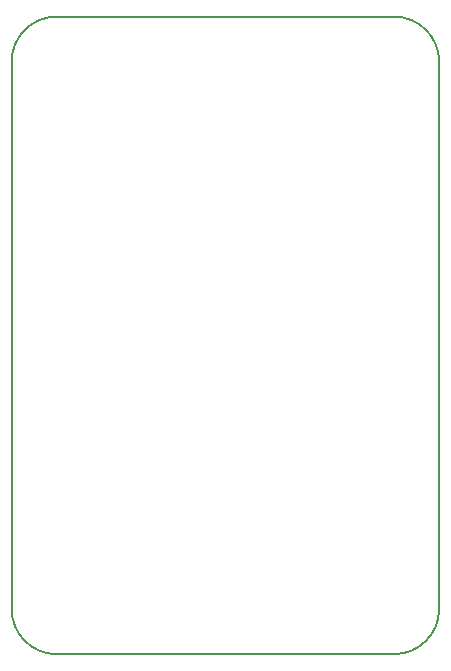
<source format=gm1>
G04 #@! TF.GenerationSoftware,KiCad,Pcbnew,(6.0.0-rc1-dev)*
G04 #@! TF.CreationDate,2018-08-10T23:31:36+02:00*
G04 #@! TF.ProjectId,receiver,72656365697665722E6B696361645F70,rev?*
G04 #@! TF.SameCoordinates,PX6ed25c8PY45a45e8*
G04 #@! TF.FileFunction,Profile,NP*
%FSLAX46Y46*%
G04 Gerber Fmt 4.6, Leading zero omitted, Abs format (unit mm)*
G04 Created by KiCad (PCBNEW (6.0.0-rc1-dev)) date Fri Aug 10 23:31:36 2018*
%MOMM*%
%LPD*%
G01*
G04 APERTURE LIST*
%ADD10C,0.150000*%
G04 APERTURE END LIST*
D10*
X3810000Y-53975000D02*
X32385000Y-53975000D01*
X0Y-3810000D02*
X0Y-50165000D01*
X36195000Y-50165000D02*
X36195000Y-3810000D01*
X32385000Y0D02*
X3810000Y0D01*
X3810000Y-53975000D02*
G75*
G02X0Y-50165000I0J3810000D01*
G01*
X0Y-3810000D02*
G75*
G02X3810000Y0I3810000J0D01*
G01*
X32385000Y0D02*
G75*
G02X36195000Y-3810000I0J-3810000D01*
G01*
X36195000Y-50165000D02*
G75*
G02X32385000Y-53975000I-3810000J0D01*
G01*
M02*

</source>
